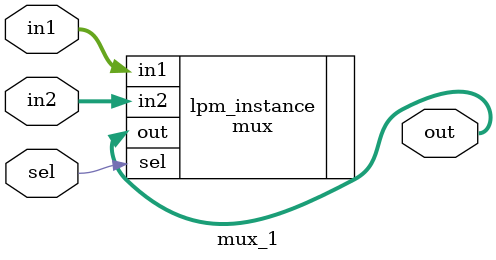
<source format=v>



module mux_1(sel,in1,in2,out);
input sel;
input [7:0] in1;
input [7:0] in2;
output [7:0] out;

mux	lpm_instance(.sel(sel),.in1(in1),.in2(in2),.out(out));

endmodule

</source>
